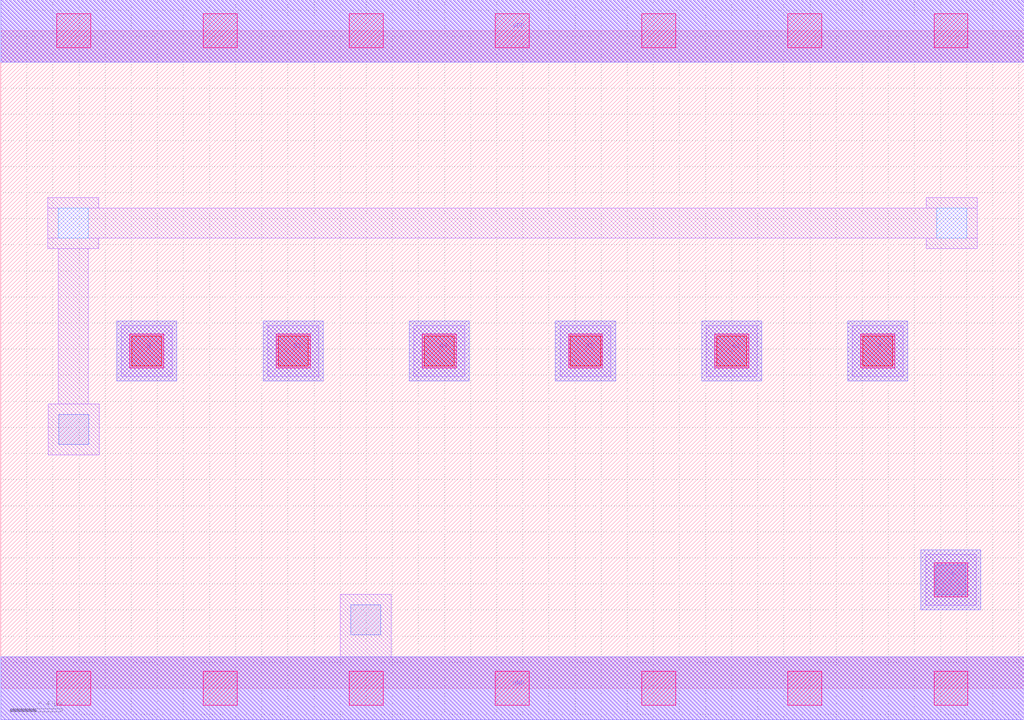
<source format=lef>
MACRO AAOI42
 CLASS CORE ;
 FOREIGN AAOI42 0 0 ;
 SIZE 7.84 BY 5.04 ;
 ORIGIN 0 0 ;
 SYMMETRY X Y R90 ;
 SITE unit ;
  PIN VDD
   DIRECTION INOUT ;
   USE POWER ;
   SHAPE ABUTMENT ;
    PORT
     CLASS CORE ;
       LAYER met1 ;
        RECT 0.00000000 4.80000000 7.84000000 5.28000000 ;
       LAYER met2 ;
        RECT 0.00000000 4.80000000 7.84000000 5.28000000 ;
    END
  END VDD

  PIN GND
   DIRECTION INOUT ;
   USE POWER ;
   SHAPE ABUTMENT ;
    PORT
     CLASS CORE ;
       LAYER met1 ;
        RECT 0.00000000 -0.24000000 7.84000000 0.24000000 ;
       LAYER met2 ;
        RECT 0.00000000 -0.24000000 7.84000000 0.24000000 ;
    END
  END GND

  PIN Y
   DIRECTION INOUT ;
   USE SIGNAL ;
   SHAPE ABUTMENT ;
    PORT
     CLASS CORE ;
       LAYER met2 ;
        RECT 7.05000000 0.60200000 7.51000000 1.06200000 ;
    END
  END Y

  PIN B
   DIRECTION INOUT ;
   USE SIGNAL ;
   SHAPE ABUTMENT ;
    PORT
     CLASS CORE ;
       LAYER met2 ;
        RECT 0.89000000 2.35700000 1.35000000 2.81700000 ;
    END
  END B

  PIN A2
   DIRECTION INOUT ;
   USE SIGNAL ;
   SHAPE ABUTMENT ;
    PORT
     CLASS CORE ;
       LAYER met2 ;
        RECT 4.25000000 2.35700000 4.71000000 2.81700000 ;
    END
  END A2

  PIN A1
   DIRECTION INOUT ;
   USE SIGNAL ;
   SHAPE ABUTMENT ;
    PORT
     CLASS CORE ;
       LAYER met2 ;
        RECT 5.37000000 2.35700000 5.83000000 2.81700000 ;
    END
  END A1

  PIN B1
   DIRECTION INOUT ;
   USE SIGNAL ;
   SHAPE ABUTMENT ;
    PORT
     CLASS CORE ;
       LAYER met2 ;
        RECT 2.01000000 2.35700000 2.47000000 2.81700000 ;
    END
  END B1

  PIN A3
   DIRECTION INOUT ;
   USE SIGNAL ;
   SHAPE ABUTMENT ;
    PORT
     CLASS CORE ;
       LAYER met2 ;
        RECT 3.13000000 2.35700000 3.59000000 2.81700000 ;
    END
  END A3

  PIN A
   DIRECTION INOUT ;
   USE SIGNAL ;
   SHAPE ABUTMENT ;
    PORT
     CLASS CORE ;
       LAYER met2 ;
        RECT 6.49000000 2.35700000 6.95000000 2.81700000 ;
    END
  END A

 OBS
    LAYER polycont ;
     RECT 1.00500000 2.47200000 1.23500000 2.70200000 ;
     RECT 2.12500000 2.47200000 2.35500000 2.70200000 ;
     RECT 3.24500000 2.47200000 3.47500000 2.70200000 ;
     RECT 4.36500000 2.47200000 4.59500000 2.70200000 ;
     RECT 5.48500000 2.47200000 5.71500000 2.70200000 ;
     RECT 6.60500000 2.47200000 6.83500000 2.70200000 ;

    LAYER pdiffc ;
     RECT 0.44000000 3.45000000 0.67000000 3.68000000 ;
     RECT 7.17000000 3.45000000 7.40000000 3.68000000 ;

    LAYER ndiffc ;
     RECT 2.68000000 0.41000000 2.91000000 0.64000000 ;
     RECT 7.16500000 0.71700000 7.39500000 0.94700000 ;
     RECT 0.44500000 1.87000000 0.67500000 2.10000000 ;

    LAYER met1 ;
     RECT 0.00000000 -0.24000000 7.84000000 0.24000000 ;
     RECT 2.60000000 0.24000000 2.99000000 0.72000000 ;
     RECT 7.08500000 0.63700000 7.47500000 1.02700000 ;
     RECT 0.92500000 2.39200000 1.31500000 2.78200000 ;
     RECT 2.04500000 2.39200000 2.43500000 2.78200000 ;
     RECT 3.16500000 2.39200000 3.55500000 2.78200000 ;
     RECT 4.28500000 2.39200000 4.67500000 2.78200000 ;
     RECT 5.40500000 2.39200000 5.79500000 2.78200000 ;
     RECT 6.52500000 2.39200000 6.91500000 2.78200000 ;
     RECT 0.36500000 1.79000000 0.75500000 2.18000000 ;
     RECT 0.44000000 2.18000000 0.67000000 3.37000000 ;
     RECT 0.36000000 3.37000000 0.75000000 3.45000000 ;
     RECT 7.09000000 3.37000000 7.48000000 3.45000000 ;
     RECT 0.36000000 3.45000000 7.48000000 3.68000000 ;
     RECT 0.36000000 3.68000000 0.75000000 3.76000000 ;
     RECT 7.09000000 3.68000000 7.48000000 3.76000000 ;
     RECT 0.00000000 4.80000000 7.84000000 5.28000000 ;

    LAYER via1 ;
     RECT 0.43000000 -0.13000000 0.69000000 0.13000000 ;
     RECT 1.55000000 -0.13000000 1.81000000 0.13000000 ;
     RECT 2.67000000 -0.13000000 2.93000000 0.13000000 ;
     RECT 3.79000000 -0.13000000 4.05000000 0.13000000 ;
     RECT 4.91000000 -0.13000000 5.17000000 0.13000000 ;
     RECT 6.03000000 -0.13000000 6.29000000 0.13000000 ;
     RECT 7.15000000 -0.13000000 7.41000000 0.13000000 ;
     RECT 7.15000000 0.70200000 7.41000000 0.96200000 ;
     RECT 0.99000000 2.45700000 1.25000000 2.71700000 ;
     RECT 2.11000000 2.45700000 2.37000000 2.71700000 ;
     RECT 3.23000000 2.45700000 3.49000000 2.71700000 ;
     RECT 4.35000000 2.45700000 4.61000000 2.71700000 ;
     RECT 5.47000000 2.45700000 5.73000000 2.71700000 ;
     RECT 6.59000000 2.45700000 6.85000000 2.71700000 ;
     RECT 0.43000000 4.91000000 0.69000000 5.17000000 ;
     RECT 1.55000000 4.91000000 1.81000000 5.17000000 ;
     RECT 2.67000000 4.91000000 2.93000000 5.17000000 ;
     RECT 3.79000000 4.91000000 4.05000000 5.17000000 ;
     RECT 4.91000000 4.91000000 5.17000000 5.17000000 ;
     RECT 6.03000000 4.91000000 6.29000000 5.17000000 ;
     RECT 7.15000000 4.91000000 7.41000000 5.17000000 ;

    LAYER met2 ;
     RECT 0.00000000 -0.24000000 7.84000000 0.24000000 ;
     RECT 7.05000000 0.60200000 7.51000000 1.06200000 ;
     RECT 0.89000000 2.35700000 1.35000000 2.81700000 ;
     RECT 2.01000000 2.35700000 2.47000000 2.81700000 ;
     RECT 3.13000000 2.35700000 3.59000000 2.81700000 ;
     RECT 4.25000000 2.35700000 4.71000000 2.81700000 ;
     RECT 5.37000000 2.35700000 5.83000000 2.81700000 ;
     RECT 6.49000000 2.35700000 6.95000000 2.81700000 ;
     RECT 0.00000000 4.80000000 7.84000000 5.28000000 ;

 END
END AAOI42

</source>
